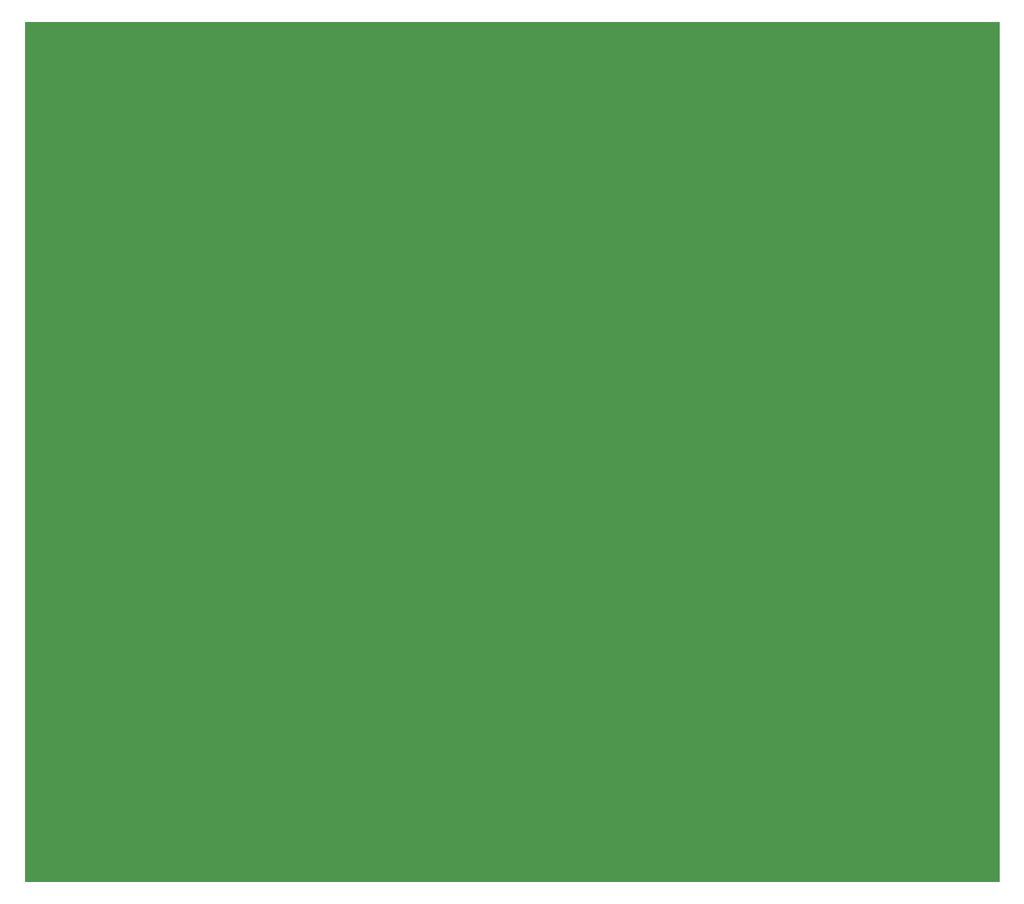
<source format=gbr>
G04 DipTrace 2.1.0.0*
%INBoard.gbr*%
%MOIN*%
%ADD10C,0.01*%
%ADD11C,0.006*%
%ADD12C,0.003*%
%ADD13C,0.016*%
%ADD14C,0.008*%
%ADD15C,0.039*%
%ADD16C,0.012*%
%ADD17C,0.02*%
%ADD18C,0.06*%
%ADD19C,0.15*%
%ADD20C,0.05*%
%ADD21C,0.125*%
%ADD22C,0.1*%
%ADD23C,0.025*%
%ADD24C,0.013*%
%ADD25R,0.1063X0.063*%
%ADD26R,0.0591X0.0512*%
%ADD27R,0.0512X0.0591*%
%ADD28R,0.063X0.1063*%
%ADD29R,0.05X0.06*%
%ADD30R,0.06X0.05*%
%ADD31R,0.1X0.1*%
%ADD32R,0.0591X0.0591*%
%ADD33C,0.0591*%
%ADD34R,0.0827X0.0197*%
%ADD35R,0.0827X0.0591*%
%ADD36R,0.125X0.125*%
%ADD37C,0.1*%
%ADD38R,0.06X0.06*%
%ADD39R,0.071X0.14*%
%ADD40R,0.0551X0.0177*%
%ADD41R,0.0177X0.0551*%
%ADD42R,0.04X0.025*%
%ADD43R,0.012X0.065*%
%ADD44R,0.0827X0.0157*%
%ADD45R,0.09X0.056*%
%ADD46R,0.1X0.056*%
%ADD47R,0.0197X0.0827*%
%ADD48R,0.0591X0.0827*%
%ADD49R,0.0157X0.0827*%
%ADD50C,0.031*%
%ADD51C,0.019*%
%ADD52C,0.035*%
%ADD53C,0.095*%
%ADD54C,0.12*%
%ADD55C,0.11*%
%ADD56C,0.067*%
%ADD57C,0.0354*%
%ADD58C,0.063*%
%ADD59C,0.038*%
%ADD60C,0.023*%
%ADD61C,0.058*%
%ADD62C,0.042*%
%ADD63R,0.0237X0.0907*%
%ADD64R,0.0077X0.0747*%
%ADD65R,0.0671X0.0907*%
%ADD66R,0.0511X0.0747*%
%ADD67R,0.0277X0.0907*%
%ADD68R,0.0117X0.0747*%
%ADD69R,0.108X0.064*%
%ADD70R,0.092X0.048*%
%ADD71R,0.098X0.064*%
%ADD72R,0.082X0.048*%
%ADD73R,0.0907X0.0237*%
%ADD74R,0.0747X0.0077*%
%ADD75R,0.02X0.073*%
%ADD76R,0.004X0.057*%
%ADD77R,0.048X0.033*%
%ADD78R,0.032X0.017*%
%ADD79R,0.0257X0.0631*%
%ADD80R,0.0097X0.0471*%
%ADD81R,0.0631X0.0257*%
%ADD82R,0.0471X0.0097*%
%ADD83R,0.079X0.148*%
%ADD84R,0.063X0.132*%
%ADD85R,0.068X0.068*%
%ADD86R,0.052X0.052*%
%ADD87C,0.068*%
%ADD88C,0.052*%
%ADD89C,0.108*%
%ADD90C,0.092*%
%ADD91R,0.133X0.133*%
%ADD92R,0.117X0.117*%
%ADD93R,0.0907X0.0671*%
%ADD94R,0.0747X0.0511*%
%ADD95R,0.0907X0.0277*%
%ADD96R,0.0747X0.0117*%
%ADD97C,0.0671*%
%ADD98C,0.0511*%
%ADD99R,0.0671X0.0671*%
%ADD100R,0.0511X0.0511*%
%ADD101C,0.108*%
%ADD102C,0.092*%
%ADD103R,0.108X0.108*%
%ADD104R,0.092X0.092*%
%ADD105R,0.068X0.058*%
%ADD106R,0.052X0.042*%
%ADD107R,0.058X0.068*%
%ADD108R,0.042X0.052*%
%ADD109R,0.071X0.1143*%
%ADD110R,0.055X0.0983*%
%ADD111R,0.0592X0.0671*%
%ADD112R,0.0432X0.0511*%
%ADD113R,0.0671X0.0592*%
%ADD114R,0.0511X0.0432*%
%ADD115R,0.1143X0.071*%
%ADD116R,0.0983X0.055*%
%ADD117C,0.0062*%
%ADD118C,0.0124*%
%ADD119C,0.0077*%
%FSLAX44Y44*%
%SFA1B1*%
%OFA0B0*%
G04*
G70*
G90*
G75*
G01*
%LNBoardPoly*%
%LPD*%
G36*
X3940Y3940D2*
D11*
X46690D1*
Y41690D1*
X3940D1*
Y3940D1*
G37*
M02*

</source>
